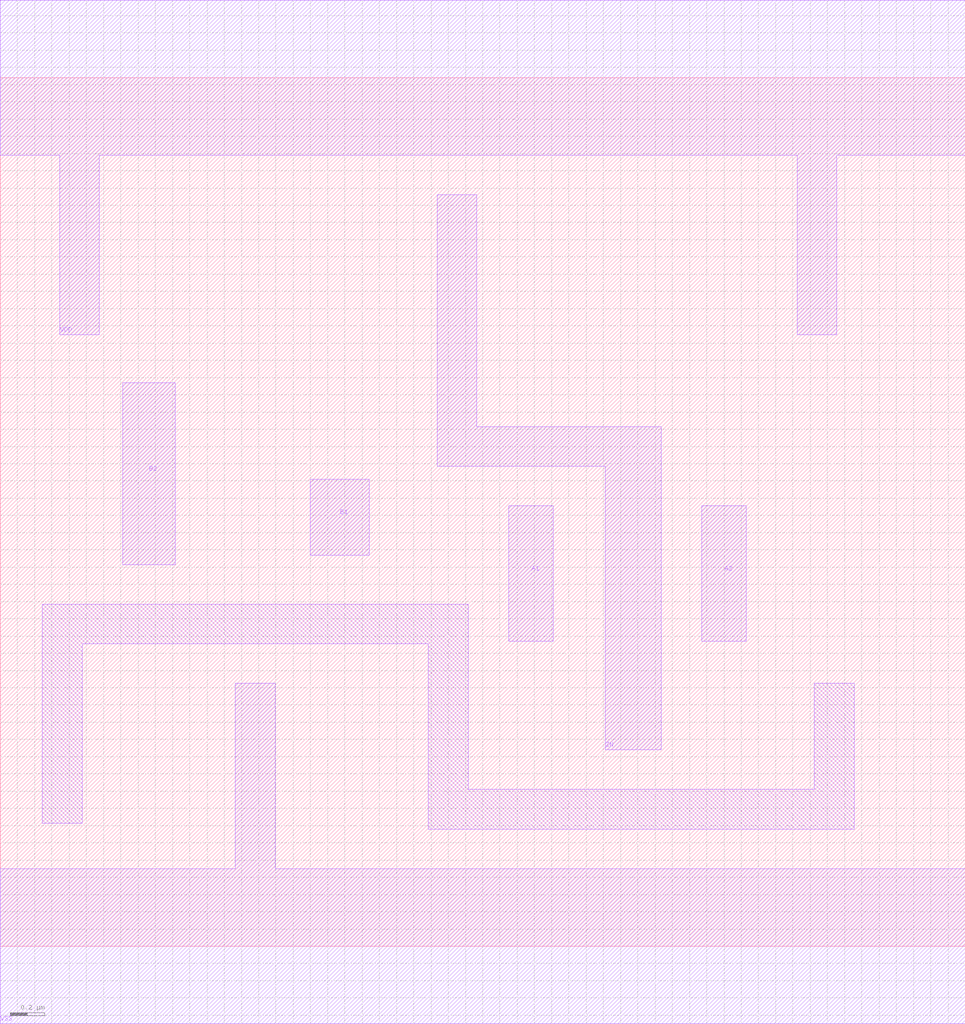
<source format=lef>
# Copyright 2022 GlobalFoundries PDK Authors
#
# Licensed under the Apache License, Version 2.0 (the "License");
# you may not use this file except in compliance with the License.
# You may obtain a copy of the License at
#
#      http://www.apache.org/licenses/LICENSE-2.0
#
# Unless required by applicable law or agreed to in writing, software
# distributed under the License is distributed on an "AS IS" BASIS,
# WITHOUT WARRANTIES OR CONDITIONS OF ANY KIND, either express or implied.
# See the License for the specific language governing permissions and
# limitations under the License.

MACRO gf180mcu_fd_sc_mcu9t5v0__oai22_1
  CLASS core ;
  FOREIGN gf180mcu_fd_sc_mcu9t5v0__oai22_1 0.0 0.0 ;
  ORIGIN 0 0 ;
  SYMMETRY X Y ;
  SITE GF018hv5v_green_sc9 ;
  SIZE 5.6 BY 5.04 ;
  PIN A1
    DIRECTION INPUT ;
    ANTENNAGATEAREA 1.707 ;
    PORT
      LAYER Metal1 ;
        POLYGON 2.95 1.77 3.21 1.77 3.21 2.555 2.95 2.555  ;
    END
  END A1
  PIN A2
    DIRECTION INPUT ;
    ANTENNAGATEAREA 1.707 ;
    PORT
      LAYER Metal1 ;
        POLYGON 4.07 1.77 4.33 1.77 4.33 2.555 4.07 2.555  ;
    END
  END A2
  PIN B1
    DIRECTION INPUT ;
    ANTENNAGATEAREA 1.707 ;
    PORT
      LAYER Metal1 ;
        POLYGON 1.8 2.27 2.14 2.27 2.14 2.71 1.8 2.71  ;
    END
  END B1
  PIN B2
    DIRECTION INPUT ;
    ANTENNAGATEAREA 1.707 ;
    PORT
      LAYER Metal1 ;
        POLYGON 0.71 2.215 1.015 2.215 1.015 3.27 0.71 3.27  ;
    END
  END B2
  PIN ZN
    DIRECTION OUTPUT ;
    ANTENNADIFFAREA 1.821 ;
    PORT
      LAYER Metal1 ;
        POLYGON 2.535 2.785 3.51 2.785 3.51 1.14 3.835 1.14 3.835 3.015 2.765 3.015 2.765 4.36 2.535 4.36  ;
    END
  END ZN
  PIN VDD
    DIRECTION INOUT ;
    USE power ;
    SHAPE ABUTMENT ;
    PORT
      LAYER Metal1 ;
        POLYGON 0 4.59 0.345 4.59 0.345 3.55 0.575 3.55 0.575 4.59 4.625 4.59 4.625 3.55 4.855 3.55 4.855 4.59 4.955 4.59 5.6 4.59 5.6 5.49 4.955 5.49 0 5.49  ;
    END
  END VDD
  PIN VSS
    DIRECTION INOUT ;
    USE ground ;
    SHAPE ABUTMENT ;
    PORT
      LAYER Metal1 ;
        POLYGON 0 -0.45 5.6 -0.45 5.6 0.45 1.595 0.45 1.595 1.525 1.365 1.525 1.365 0.45 0 0.45  ;
    END
  END VSS
  OBS
      LAYER Metal1 ;
        POLYGON 0.245 0.715 0.475 0.715 0.475 1.755 2.485 1.755 2.485 0.68 4.955 0.68 4.955 1.525 4.725 1.525 4.725 0.91 2.715 0.91 2.715 1.985 0.245 1.985  ;
  END
END gf180mcu_fd_sc_mcu9t5v0__oai22_1

</source>
